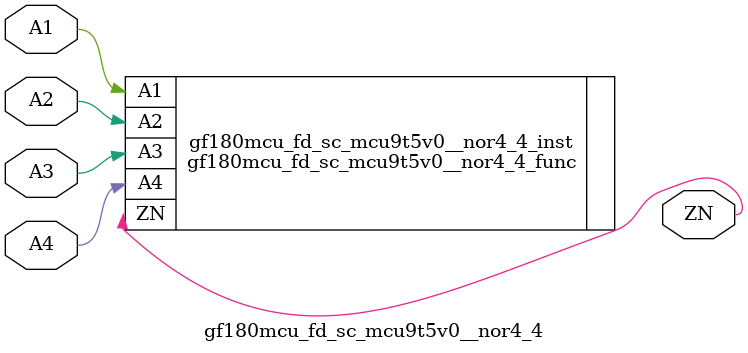
<source format=v>

module gf180mcu_fd_sc_mcu9t5v0__nor4_4( A3, ZN, A4, A2, A1 );
input A1, A2, A3, A4;
output ZN;

   `ifdef FUNCTIONAL  //  functional //

	gf180mcu_fd_sc_mcu9t5v0__nor4_4_func gf180mcu_fd_sc_mcu9t5v0__nor4_4_behav_inst(.A3(A3),.ZN(ZN),.A4(A4),.A2(A2),.A1(A1));

   `else

	gf180mcu_fd_sc_mcu9t5v0__nor4_4_func gf180mcu_fd_sc_mcu9t5v0__nor4_4_inst(.A3(A3),.ZN(ZN),.A4(A4),.A2(A2),.A1(A1));

	// spec_gates_begin


	// spec_gates_end



   specify

	// specify_block_begin

	// comb arc A1 --> ZN
	 (A1 => ZN) = (1.0,1.0);

	// comb arc A2 --> ZN
	 (A2 => ZN) = (1.0,1.0);

	// comb arc A3 --> ZN
	 (A3 => ZN) = (1.0,1.0);

	// comb arc A4 --> ZN
	 (A4 => ZN) = (1.0,1.0);

	// specify_block_end

   endspecify

   `endif

endmodule

</source>
